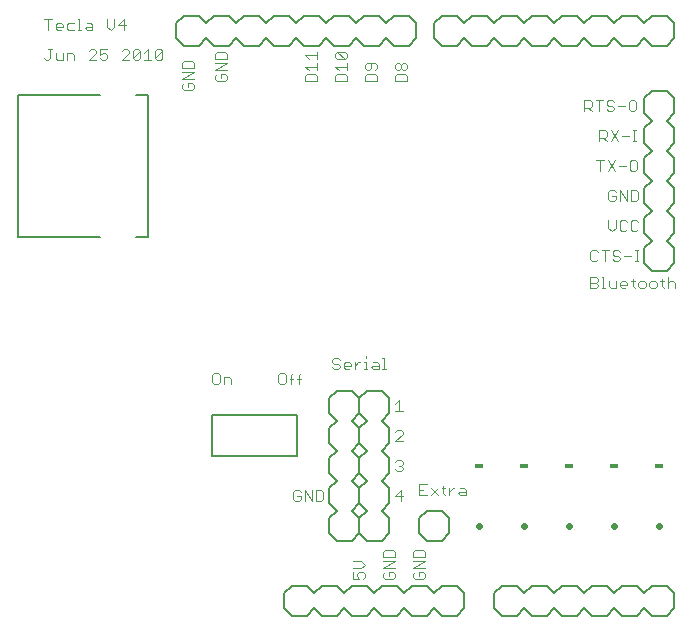
<source format=gto>
G75*
G70*
%OFA0B0*%
%FSLAX24Y24*%
%IPPOS*%
%LPD*%
%AMOC8*
5,1,8,0,0,1.08239X$1,22.5*
%
%ADD10C,0.0030*%
%ADD11C,0.0080*%
%ADD12C,0.0220*%
%ADD13R,0.0300X0.0180*%
D10*
X009316Y008962D02*
X009378Y008900D01*
X009501Y008900D01*
X009563Y008962D01*
X009563Y009209D01*
X009501Y009271D01*
X009378Y009271D01*
X009316Y009209D01*
X009316Y008962D01*
X009684Y008900D02*
X009684Y009147D01*
X009870Y009147D01*
X009931Y009086D01*
X009931Y008900D01*
X011516Y008962D02*
X011578Y008900D01*
X011701Y008900D01*
X011763Y008962D01*
X011763Y009209D01*
X011701Y009271D01*
X011578Y009271D01*
X011516Y009209D01*
X011516Y008962D01*
X011884Y009086D02*
X012008Y009086D01*
X012130Y009086D02*
X012253Y009086D01*
X012192Y009209D02*
X012192Y008900D01*
X011946Y008900D02*
X011946Y009209D01*
X012008Y009271D01*
X012192Y009209D02*
X012253Y009271D01*
X013316Y009462D02*
X013378Y009400D01*
X013501Y009400D01*
X013563Y009462D01*
X013563Y009524D01*
X013501Y009586D01*
X013378Y009586D01*
X013316Y009647D01*
X013316Y009709D01*
X013378Y009771D01*
X013501Y009771D01*
X013563Y009709D01*
X013684Y009586D02*
X013684Y009462D01*
X013746Y009400D01*
X013870Y009400D01*
X013931Y009524D02*
X013684Y009524D01*
X013684Y009586D02*
X013746Y009647D01*
X013870Y009647D01*
X013931Y009586D01*
X013931Y009524D01*
X014053Y009524D02*
X014176Y009647D01*
X014238Y009647D01*
X014360Y009647D02*
X014421Y009647D01*
X014421Y009400D01*
X014360Y009400D02*
X014483Y009400D01*
X014605Y009462D02*
X014667Y009524D01*
X014852Y009524D01*
X014852Y009586D02*
X014852Y009400D01*
X014667Y009400D01*
X014605Y009462D01*
X014667Y009647D02*
X014790Y009647D01*
X014852Y009586D01*
X014973Y009771D02*
X015035Y009771D01*
X015035Y009400D01*
X014973Y009400D02*
X015097Y009400D01*
X014421Y009771D02*
X014421Y009832D01*
X014053Y009647D02*
X014053Y009400D01*
X015416Y008247D02*
X015540Y008371D01*
X015540Y008000D01*
X015663Y008000D02*
X015416Y008000D01*
X015478Y007371D02*
X015416Y007309D01*
X015478Y007371D02*
X015601Y007371D01*
X015663Y007309D01*
X015663Y007247D01*
X015416Y007000D01*
X015663Y007000D01*
X015601Y006371D02*
X015663Y006309D01*
X015663Y006247D01*
X015601Y006186D01*
X015663Y006124D01*
X015663Y006062D01*
X015601Y006000D01*
X015478Y006000D01*
X015416Y006062D01*
X015540Y006186D02*
X015601Y006186D01*
X015601Y006371D02*
X015478Y006371D01*
X015416Y006309D01*
X016216Y005571D02*
X016216Y005200D01*
X016463Y005200D01*
X016584Y005200D02*
X016831Y005447D01*
X016953Y005447D02*
X017076Y005447D01*
X017014Y005509D02*
X017014Y005262D01*
X017076Y005200D01*
X017198Y005200D02*
X017198Y005447D01*
X017198Y005324D02*
X017322Y005447D01*
X017383Y005447D01*
X017567Y005447D02*
X017690Y005447D01*
X017752Y005386D01*
X017752Y005200D01*
X017567Y005200D01*
X017505Y005262D01*
X017567Y005324D01*
X017752Y005324D01*
X016831Y005200D02*
X016584Y005447D01*
X016463Y005571D02*
X016216Y005571D01*
X016216Y005386D02*
X016340Y005386D01*
X015663Y005186D02*
X015416Y005186D01*
X015601Y005371D01*
X015601Y005000D01*
X015324Y003384D02*
X015078Y003384D01*
X015016Y003322D01*
X015016Y003137D01*
X015386Y003137D01*
X015386Y003322D01*
X015324Y003384D01*
X015386Y003016D02*
X015016Y003016D01*
X015016Y002769D02*
X015386Y003016D01*
X015386Y002769D02*
X015016Y002769D01*
X015078Y002647D02*
X015016Y002586D01*
X015016Y002462D01*
X015078Y002400D01*
X015324Y002400D01*
X015386Y002462D01*
X015386Y002586D01*
X015324Y002647D01*
X015201Y002647D01*
X015201Y002524D01*
X016016Y002586D02*
X016016Y002462D01*
X016078Y002400D01*
X016324Y002400D01*
X016386Y002462D01*
X016386Y002586D01*
X016324Y002647D01*
X016201Y002647D01*
X016201Y002524D01*
X016078Y002647D02*
X016016Y002586D01*
X016016Y002769D02*
X016386Y003016D01*
X016016Y003016D01*
X016016Y003137D02*
X016016Y003322D01*
X016078Y003384D01*
X016324Y003384D01*
X016386Y003322D01*
X016386Y003137D01*
X016016Y003137D01*
X016016Y002769D02*
X016386Y002769D01*
X014386Y002892D02*
X014263Y002769D01*
X014016Y002769D01*
X014016Y002647D02*
X014016Y002400D01*
X014201Y002400D01*
X014139Y002524D01*
X014139Y002586D01*
X014201Y002647D01*
X014324Y002647D01*
X014386Y002586D01*
X014386Y002462D01*
X014324Y002400D01*
X014386Y002892D02*
X014263Y003016D01*
X014016Y003016D01*
X012938Y005000D02*
X012753Y005000D01*
X012753Y005371D01*
X012938Y005371D01*
X013000Y005309D01*
X013000Y005062D01*
X012938Y005000D01*
X012631Y005000D02*
X012631Y005371D01*
X012384Y005371D02*
X012631Y005000D01*
X012384Y005000D02*
X012384Y005371D01*
X012263Y005309D02*
X012201Y005371D01*
X012078Y005371D01*
X012016Y005309D01*
X012016Y005062D01*
X012078Y005000D01*
X012201Y005000D01*
X012263Y005062D01*
X012263Y005186D01*
X012140Y005186D01*
X021916Y012100D02*
X022101Y012100D01*
X022163Y012162D01*
X022163Y012224D01*
X022101Y012286D01*
X021916Y012286D01*
X021916Y012471D02*
X021916Y012100D01*
X022101Y012286D02*
X022163Y012347D01*
X022163Y012409D01*
X022101Y012471D01*
X021916Y012471D01*
X022284Y012471D02*
X022346Y012471D01*
X022346Y012100D01*
X022284Y012100D02*
X022408Y012100D01*
X022530Y012162D02*
X022530Y012347D01*
X022530Y012162D02*
X022592Y012100D01*
X022777Y012100D01*
X022777Y012347D01*
X022898Y012286D02*
X022960Y012347D01*
X023083Y012347D01*
X023145Y012286D01*
X023145Y012224D01*
X022898Y012224D01*
X022898Y012162D02*
X022898Y012286D01*
X022898Y012162D02*
X022960Y012100D01*
X023083Y012100D01*
X023328Y012162D02*
X023328Y012409D01*
X023267Y012347D02*
X023390Y012347D01*
X023512Y012286D02*
X023512Y012162D01*
X023574Y012100D01*
X023697Y012100D01*
X023759Y012162D01*
X023759Y012286D01*
X023697Y012347D01*
X023574Y012347D01*
X023512Y012286D01*
X023328Y012162D02*
X023390Y012100D01*
X023880Y012162D02*
X023942Y012100D01*
X024066Y012100D01*
X024127Y012162D01*
X024127Y012286D01*
X024066Y012347D01*
X023942Y012347D01*
X023880Y012286D01*
X023880Y012162D01*
X024249Y012347D02*
X024372Y012347D01*
X024310Y012409D02*
X024310Y012162D01*
X024372Y012100D01*
X024494Y012100D02*
X024494Y012471D01*
X024556Y012347D02*
X024679Y012347D01*
X024741Y012286D01*
X024741Y012100D01*
X024556Y012347D02*
X024494Y012286D01*
X023513Y013000D02*
X023389Y013000D01*
X023451Y013000D02*
X023451Y013371D01*
X023389Y013371D02*
X023513Y013371D01*
X023268Y013186D02*
X023021Y013186D01*
X022900Y013124D02*
X022900Y013062D01*
X022838Y013000D01*
X022714Y013000D01*
X022653Y013062D01*
X022714Y013186D02*
X022653Y013247D01*
X022653Y013309D01*
X022714Y013371D01*
X022838Y013371D01*
X022900Y013309D01*
X022838Y013186D02*
X022900Y013124D01*
X022838Y013186D02*
X022714Y013186D01*
X022531Y013371D02*
X022284Y013371D01*
X022408Y013371D02*
X022408Y013000D01*
X022163Y013062D02*
X022101Y013000D01*
X021978Y013000D01*
X021916Y013062D01*
X021916Y013309D01*
X021978Y013371D01*
X022101Y013371D01*
X022163Y013309D01*
X022640Y014000D02*
X022763Y014124D01*
X022763Y014371D01*
X022884Y014309D02*
X022884Y014062D01*
X022946Y014000D01*
X023070Y014000D01*
X023131Y014062D01*
X023253Y014062D02*
X023253Y014309D01*
X023314Y014371D01*
X023438Y014371D01*
X023500Y014309D01*
X023500Y014062D02*
X023438Y014000D01*
X023314Y014000D01*
X023253Y014062D01*
X023131Y014309D02*
X023070Y014371D01*
X022946Y014371D01*
X022884Y014309D01*
X022516Y014371D02*
X022516Y014124D01*
X022640Y014000D01*
X022578Y015000D02*
X022701Y015000D01*
X022763Y015062D01*
X022763Y015186D01*
X022640Y015186D01*
X022763Y015309D02*
X022701Y015371D01*
X022578Y015371D01*
X022516Y015309D01*
X022516Y015062D01*
X022578Y015000D01*
X022884Y015000D02*
X022884Y015371D01*
X023131Y015000D01*
X023131Y015371D01*
X023253Y015371D02*
X023438Y015371D01*
X023500Y015309D01*
X023500Y015062D01*
X023438Y015000D01*
X023253Y015000D01*
X023253Y015371D01*
X023283Y016000D02*
X023406Y016000D01*
X023468Y016062D01*
X023468Y016309D01*
X023406Y016371D01*
X023283Y016371D01*
X023221Y016309D01*
X023221Y016062D01*
X023283Y016000D01*
X023100Y016186D02*
X022853Y016186D01*
X022731Y016371D02*
X022484Y016000D01*
X022240Y016000D02*
X022240Y016371D01*
X022363Y016371D02*
X022116Y016371D01*
X022484Y016371D02*
X022731Y016000D01*
X022831Y017000D02*
X022584Y017371D01*
X022463Y017309D02*
X022463Y017186D01*
X022401Y017124D01*
X022216Y017124D01*
X022340Y017124D02*
X022463Y017000D01*
X022584Y017000D02*
X022831Y017371D01*
X022953Y017186D02*
X023200Y017186D01*
X023321Y017371D02*
X023444Y017371D01*
X023383Y017371D02*
X023383Y017000D01*
X023444Y017000D02*
X023321Y017000D01*
X022463Y017309D02*
X022401Y017371D01*
X022216Y017371D01*
X022216Y017000D01*
X022208Y018000D02*
X022208Y018371D01*
X022331Y018371D02*
X022084Y018371D01*
X021963Y018309D02*
X021963Y018186D01*
X021901Y018124D01*
X021716Y018124D01*
X021840Y018124D02*
X021963Y018000D01*
X021716Y018000D02*
X021716Y018371D01*
X021901Y018371D01*
X021963Y018309D01*
X022453Y018309D02*
X022453Y018247D01*
X022514Y018186D01*
X022638Y018186D01*
X022700Y018124D01*
X022700Y018062D01*
X022638Y018000D01*
X022514Y018000D01*
X022453Y018062D01*
X022453Y018309D02*
X022514Y018371D01*
X022638Y018371D01*
X022700Y018309D01*
X022821Y018186D02*
X023068Y018186D01*
X023189Y018309D02*
X023189Y018062D01*
X023251Y018000D01*
X023374Y018000D01*
X023436Y018062D01*
X023436Y018309D01*
X023374Y018371D01*
X023251Y018371D01*
X023189Y018309D01*
X015786Y019000D02*
X015786Y019186D01*
X015724Y019247D01*
X015478Y019247D01*
X015416Y019186D01*
X015416Y019000D01*
X015786Y019000D01*
X015724Y019369D02*
X015663Y019369D01*
X015601Y019430D01*
X015601Y019554D01*
X015663Y019616D01*
X015724Y019616D01*
X015786Y019554D01*
X015786Y019430D01*
X015724Y019369D01*
X015601Y019430D02*
X015539Y019369D01*
X015478Y019369D01*
X015416Y019430D01*
X015416Y019554D01*
X015478Y019616D01*
X015539Y019616D01*
X015601Y019554D01*
X014786Y019554D02*
X014786Y019430D01*
X014724Y019369D01*
X014724Y019247D02*
X014478Y019247D01*
X014416Y019186D01*
X014416Y019000D01*
X014786Y019000D01*
X014786Y019186D01*
X014724Y019247D01*
X014601Y019430D02*
X014601Y019616D01*
X014724Y019616D02*
X014478Y019616D01*
X014416Y019554D01*
X014416Y019430D01*
X014478Y019369D01*
X014539Y019369D01*
X014601Y019430D01*
X014786Y019554D02*
X014724Y019616D01*
X013786Y019616D02*
X013786Y019369D01*
X013786Y019492D02*
X013416Y019492D01*
X013539Y019369D01*
X013478Y019247D02*
X013416Y019186D01*
X013416Y019000D01*
X013786Y019000D01*
X013786Y019186D01*
X013724Y019247D01*
X013478Y019247D01*
X013478Y019737D02*
X013416Y019799D01*
X013416Y019922D01*
X013478Y019984D01*
X013724Y019737D01*
X013786Y019799D01*
X013786Y019922D01*
X013724Y019984D01*
X013478Y019984D01*
X013478Y019737D02*
X013724Y019737D01*
X012786Y019737D02*
X012786Y019984D01*
X012786Y019860D02*
X012416Y019860D01*
X012539Y019737D01*
X012416Y019492D02*
X012786Y019492D01*
X012786Y019369D02*
X012786Y019616D01*
X012539Y019369D02*
X012416Y019492D01*
X012478Y019247D02*
X012416Y019186D01*
X012416Y019000D01*
X012786Y019000D01*
X012786Y019186D01*
X012724Y019247D01*
X012478Y019247D01*
X009786Y019186D02*
X009786Y019062D01*
X009724Y019000D01*
X009478Y019000D01*
X009416Y019062D01*
X009416Y019186D01*
X009478Y019247D01*
X009601Y019247D02*
X009601Y019124D01*
X009601Y019247D02*
X009724Y019247D01*
X009786Y019186D01*
X009786Y019369D02*
X009416Y019369D01*
X009786Y019616D01*
X009416Y019616D01*
X009416Y019737D02*
X009416Y019922D01*
X009478Y019984D01*
X009724Y019984D01*
X009786Y019922D01*
X009786Y019737D01*
X009416Y019737D01*
X008686Y019622D02*
X008686Y019437D01*
X008316Y019437D01*
X008316Y019622D01*
X008378Y019684D01*
X008624Y019684D01*
X008686Y019622D01*
X008686Y019316D02*
X008316Y019316D01*
X008316Y019069D02*
X008686Y019316D01*
X008686Y019069D02*
X008316Y019069D01*
X008378Y018947D02*
X008316Y018886D01*
X008316Y018762D01*
X008378Y018700D01*
X008624Y018700D01*
X008686Y018762D01*
X008686Y018886D01*
X008624Y018947D01*
X008501Y018947D01*
X008501Y018824D01*
X007584Y019700D02*
X007461Y019700D01*
X007399Y019762D01*
X007646Y020009D01*
X007646Y019762D01*
X007584Y019700D01*
X007399Y019762D02*
X007399Y020009D01*
X007461Y020071D01*
X007584Y020071D01*
X007646Y020009D01*
X007278Y019700D02*
X007031Y019700D01*
X007154Y019700D02*
X007154Y020071D01*
X007031Y019947D01*
X006909Y020009D02*
X006663Y019762D01*
X006724Y019700D01*
X006848Y019700D01*
X006909Y019762D01*
X006909Y020009D01*
X006848Y020071D01*
X006724Y020071D01*
X006663Y020009D01*
X006663Y019762D01*
X006541Y019700D02*
X006294Y019700D01*
X006541Y019947D01*
X006541Y020009D01*
X006479Y020071D01*
X006356Y020071D01*
X006294Y020009D01*
X005804Y020071D02*
X005558Y020071D01*
X005558Y019886D01*
X005681Y019947D01*
X005743Y019947D01*
X005804Y019886D01*
X005804Y019762D01*
X005743Y019700D01*
X005619Y019700D01*
X005558Y019762D01*
X005436Y019700D02*
X005189Y019700D01*
X005436Y019947D01*
X005436Y020009D01*
X005374Y020071D01*
X005251Y020071D01*
X005189Y020009D01*
X004700Y019886D02*
X004700Y019700D01*
X004700Y019886D02*
X004638Y019947D01*
X004453Y019947D01*
X004453Y019700D01*
X004331Y019700D02*
X004331Y019947D01*
X004084Y019947D02*
X004084Y019762D01*
X004146Y019700D01*
X004331Y019700D01*
X003901Y019762D02*
X003901Y020071D01*
X003840Y020071D02*
X003963Y020071D01*
X003901Y019762D02*
X003840Y019700D01*
X003778Y019700D01*
X003716Y019762D01*
X003840Y020700D02*
X003840Y021071D01*
X003963Y021071D02*
X003716Y021071D01*
X004084Y020886D02*
X004084Y020762D01*
X004146Y020700D01*
X004270Y020700D01*
X004331Y020824D02*
X004084Y020824D01*
X004084Y020886D02*
X004146Y020947D01*
X004270Y020947D01*
X004331Y020886D01*
X004331Y020824D01*
X004453Y020886D02*
X004453Y020762D01*
X004514Y020700D01*
X004700Y020700D01*
X004821Y020700D02*
X004944Y020700D01*
X004883Y020700D02*
X004883Y021071D01*
X004821Y021071D01*
X004700Y020947D02*
X004514Y020947D01*
X004453Y020886D01*
X005067Y020762D02*
X005128Y020824D01*
X005313Y020824D01*
X005313Y020886D02*
X005313Y020700D01*
X005128Y020700D01*
X005067Y020762D01*
X005128Y020947D02*
X005252Y020947D01*
X005313Y020886D01*
X005803Y020824D02*
X005927Y020700D01*
X006050Y020824D01*
X006050Y021071D01*
X006171Y020886D02*
X006418Y020886D01*
X006357Y021071D02*
X006171Y020886D01*
X006357Y021071D02*
X006357Y020700D01*
X005803Y020824D02*
X005803Y021071D01*
D11*
X009284Y006496D02*
X012118Y006496D01*
X012118Y007874D01*
X009284Y007874D01*
X009284Y006496D01*
X013201Y006435D02*
X013201Y005935D01*
X013451Y005685D01*
X013201Y005435D01*
X013201Y004935D01*
X013451Y004685D01*
X013201Y004435D01*
X013201Y003935D01*
X013451Y003685D01*
X013951Y003685D01*
X014201Y003935D01*
X014201Y004435D01*
X013951Y004685D01*
X014201Y004935D01*
X014201Y005435D01*
X013951Y005685D01*
X014201Y005935D01*
X014201Y006435D01*
X013951Y006685D01*
X014201Y006935D01*
X014201Y007435D01*
X013951Y007685D01*
X014201Y007935D01*
X014201Y008435D01*
X013951Y008685D01*
X013451Y008685D01*
X013201Y008435D01*
X013201Y007935D01*
X013451Y007685D01*
X013201Y007435D01*
X013201Y006935D01*
X013451Y006685D01*
X013201Y006435D01*
X014201Y006435D02*
X014201Y005935D01*
X014451Y005685D01*
X014201Y005435D01*
X014201Y004935D01*
X014451Y004685D01*
X014201Y004435D01*
X014201Y003935D01*
X014451Y003685D01*
X014951Y003685D01*
X015201Y003935D01*
X015201Y004435D01*
X014951Y004685D01*
X015201Y004935D01*
X015201Y005435D01*
X014951Y005685D01*
X015201Y005935D01*
X015201Y006435D01*
X014951Y006685D01*
X015201Y006935D01*
X015201Y007435D01*
X014951Y007685D01*
X015201Y007935D01*
X015201Y008435D01*
X014951Y008685D01*
X014451Y008685D01*
X014201Y008435D01*
X014201Y007935D01*
X014451Y007685D01*
X014201Y007435D01*
X014201Y006935D01*
X014451Y006685D01*
X014201Y006435D01*
X016201Y004435D02*
X016451Y004685D01*
X016951Y004685D01*
X017201Y004435D01*
X017201Y003935D01*
X016951Y003685D01*
X016451Y003685D01*
X016201Y003935D01*
X016201Y004435D01*
X015951Y002185D02*
X016451Y002185D01*
X016701Y001935D01*
X016951Y002185D01*
X017451Y002185D01*
X017701Y001935D01*
X017701Y001435D01*
X017451Y001185D01*
X016951Y001185D01*
X016701Y001435D01*
X016451Y001185D01*
X015951Y001185D01*
X015701Y001435D01*
X015451Y001185D01*
X014951Y001185D01*
X014701Y001435D01*
X014451Y001185D01*
X013951Y001185D01*
X013701Y001435D01*
X013451Y001185D01*
X012951Y001185D01*
X012701Y001435D01*
X012451Y001185D01*
X011951Y001185D01*
X011701Y001435D01*
X011701Y001935D01*
X011951Y002185D01*
X012451Y002185D01*
X012701Y001935D01*
X012951Y002185D01*
X013451Y002185D01*
X013701Y001935D01*
X013951Y002185D01*
X014451Y002185D01*
X014701Y001935D01*
X014951Y002185D01*
X015451Y002185D01*
X015701Y001935D01*
X015951Y002185D01*
X018701Y001935D02*
X018701Y001435D01*
X018951Y001185D01*
X019451Y001185D01*
X019701Y001435D01*
X019951Y001185D01*
X020451Y001185D01*
X020701Y001435D01*
X020951Y001185D01*
X021451Y001185D01*
X021701Y001435D01*
X021951Y001185D01*
X022451Y001185D01*
X022701Y001435D01*
X022951Y001185D01*
X023451Y001185D01*
X023701Y001435D01*
X023951Y001185D01*
X024451Y001185D01*
X024701Y001435D01*
X024701Y001935D01*
X024451Y002185D01*
X023951Y002185D01*
X023701Y001935D01*
X023451Y002185D01*
X022951Y002185D01*
X022701Y001935D01*
X022451Y002185D01*
X021951Y002185D01*
X021701Y001935D01*
X021451Y002185D01*
X020951Y002185D01*
X020701Y001935D01*
X020451Y002185D01*
X019951Y002185D01*
X019701Y001935D01*
X019451Y002185D01*
X018951Y002185D01*
X018701Y001935D01*
X023951Y012685D02*
X023701Y012935D01*
X023701Y013435D01*
X023951Y013685D01*
X023701Y013935D01*
X023701Y014435D01*
X023951Y014685D01*
X023701Y014935D01*
X023701Y015435D01*
X023951Y015685D01*
X023701Y015935D01*
X023701Y016435D01*
X023951Y016685D01*
X023701Y016935D01*
X023701Y017435D01*
X023951Y017685D01*
X023701Y017935D01*
X023701Y018435D01*
X023951Y018685D01*
X024451Y018685D01*
X024701Y018435D01*
X024701Y017935D01*
X024451Y017685D01*
X024701Y017435D01*
X024701Y016935D01*
X024451Y016685D01*
X024701Y016435D01*
X024701Y015935D01*
X024451Y015685D01*
X024701Y015435D01*
X024701Y014935D01*
X024451Y014685D01*
X024701Y014435D01*
X024701Y013935D01*
X024451Y013685D01*
X024701Y013435D01*
X024701Y012935D01*
X024451Y012685D01*
X023951Y012685D01*
X023951Y020185D02*
X024451Y020185D01*
X024701Y020435D01*
X024701Y020935D01*
X024451Y021185D01*
X023951Y021185D01*
X023701Y020935D01*
X023451Y021185D01*
X022951Y021185D01*
X022701Y020935D01*
X022451Y021185D01*
X021951Y021185D01*
X021701Y020935D01*
X021451Y021185D01*
X020951Y021185D01*
X020701Y020935D01*
X020451Y021185D01*
X019951Y021185D01*
X019701Y020935D01*
X019451Y021185D01*
X018951Y021185D01*
X018701Y020935D01*
X018451Y021185D01*
X017951Y021185D01*
X017701Y020935D01*
X017451Y021185D01*
X016951Y021185D01*
X016701Y020935D01*
X016701Y020435D01*
X016951Y020185D01*
X017451Y020185D01*
X017701Y020435D01*
X017951Y020185D01*
X018451Y020185D01*
X018701Y020435D01*
X018951Y020185D01*
X019451Y020185D01*
X019701Y020435D01*
X019951Y020185D01*
X020451Y020185D01*
X020701Y020435D01*
X020951Y020185D01*
X021451Y020185D01*
X021701Y020435D01*
X021951Y020185D01*
X022451Y020185D01*
X022701Y020435D01*
X022951Y020185D01*
X023451Y020185D01*
X023701Y020435D01*
X023951Y020185D01*
X016101Y020435D02*
X015851Y020185D01*
X015351Y020185D01*
X015101Y020435D01*
X014851Y020185D01*
X014351Y020185D01*
X014101Y020435D01*
X013851Y020185D01*
X013351Y020185D01*
X013101Y020435D01*
X012851Y020185D01*
X012351Y020185D01*
X012101Y020435D01*
X011851Y020185D01*
X011351Y020185D01*
X011101Y020435D01*
X010851Y020185D01*
X010351Y020185D01*
X010101Y020435D01*
X009851Y020185D01*
X009351Y020185D01*
X009101Y020435D01*
X008851Y020185D01*
X008351Y020185D01*
X008101Y020435D01*
X008101Y020935D01*
X008351Y021185D01*
X008851Y021185D01*
X009101Y020935D01*
X009351Y021185D01*
X009851Y021185D01*
X010101Y020935D01*
X010351Y021185D01*
X010851Y021185D01*
X011101Y020935D01*
X011351Y021185D01*
X011851Y021185D01*
X012101Y020935D01*
X012351Y021185D01*
X012851Y021185D01*
X013101Y020935D01*
X013351Y021185D01*
X013851Y021185D01*
X014101Y020935D01*
X014351Y021185D01*
X014851Y021185D01*
X015101Y020935D01*
X015351Y021185D01*
X015851Y021185D01*
X016101Y020935D01*
X016101Y020435D01*
X007154Y018548D02*
X007154Y013823D01*
X006760Y013823D01*
X005579Y013823D02*
X002823Y013823D01*
X002823Y018548D01*
X005579Y018548D01*
X006760Y018548D02*
X007154Y018548D01*
D12*
X018189Y004185D02*
X018213Y004185D01*
X019689Y004185D02*
X019713Y004185D01*
X021189Y004185D02*
X021213Y004185D01*
X022689Y004185D02*
X022713Y004185D01*
X024189Y004185D02*
X024213Y004185D01*
D13*
X024201Y006185D03*
X022701Y006185D03*
X021201Y006185D03*
X019701Y006185D03*
X018201Y006185D03*
M02*

</source>
